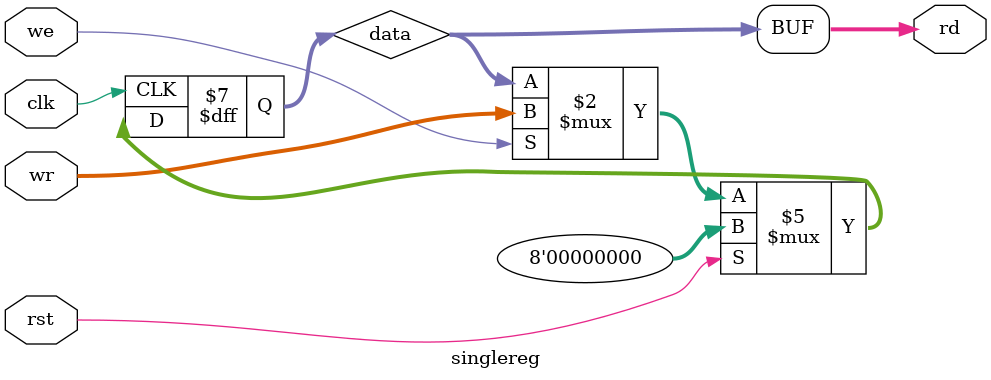
<source format=v>
`timescale 1ns / 1ns
`default_nettype wire

module singlereg(clk, rst, wr, rd, we);
    parameter WIDTH = 8;

    input clk;
    input rst;
    input [WIDTH-1:0] wr;
    output [WIDTH-1:0] rd;
    input we;

    reg [WIDTH-1:0] data;

    assign rd = data;

    always @(posedge clk) begin
        if (rst)
            data <= 0;
        else
            if (we)
                data <= wr;
    end

endmodule

</source>
